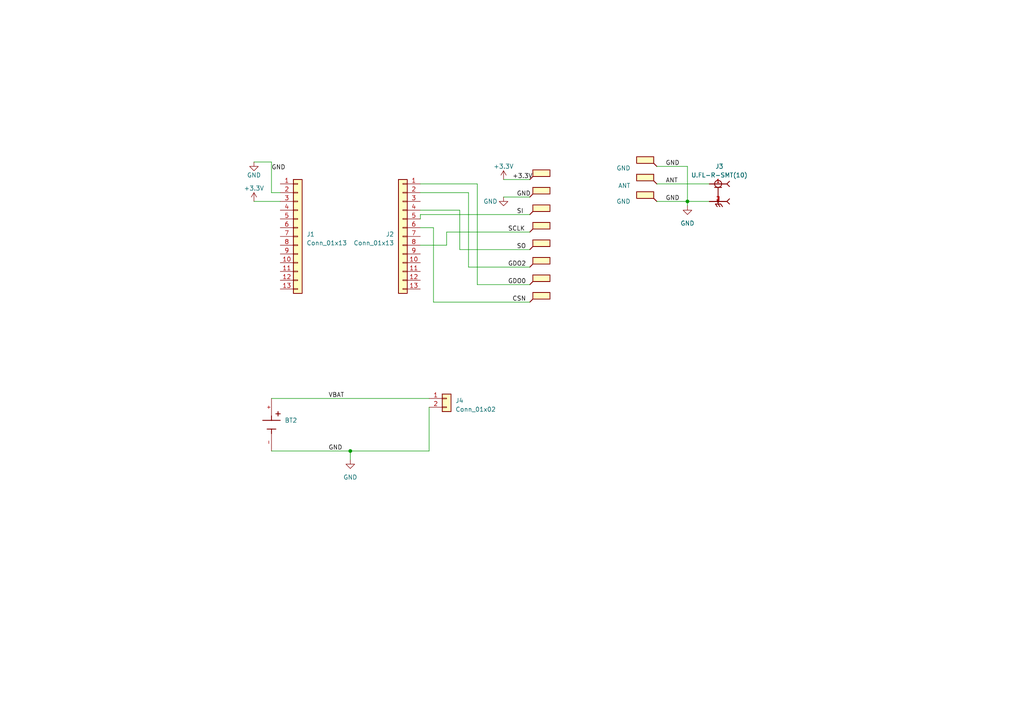
<source format=kicad_sch>
(kicad_sch (version 20230121) (generator eeschema)
  (paper "A4")
  (lib_symbols
    (symbol "BK-18650-PC2:BK-18650-PC2" (pin_names (offset 1.016))
      (property "Reference" "BT" (at -3.81 3.81 0))
      (property "Value" "BK-18650-PC2" (at -3.81 -5.08 0))
      (symbol "BK-18650-PC2_0_0"
        (polyline (pts (xy -3.81 1.905) (xy -2.54 1.905)) (stroke (width 0.254)))
        (polyline (pts (xy -3.175 2.54) (xy -3.175 1.27)) (stroke (width 0.254)))
        (polyline (pts (xy -1.27 0) (xy -2.54 0)) (stroke (width 0.254)))
        (polyline (pts (xy -1.27 0) (xy -1.27 -2.54)) (stroke (width 0.254)))
        (polyline (pts (xy -1.27 2.54) (xy -1.27 0)) (stroke (width 0.254)))
        (polyline (pts (xy 1.27 0) (xy 1.27 -1.27)) (stroke (width 0.254)))
        (polyline (pts (xy 1.27 0) (xy 2.54 0)) (stroke (width 0.254)))
        (polyline (pts (xy 1.27 1.27) (xy 1.27 0)) (stroke (width 0.254)))
        (pin passive line (at -7.62 0 0) (length 5.08) (name "~") (number "+"))
        (pin passive line (at 7.62 0 180) (length 5.08) (name "~") (number "-"))
      )
    )
    (symbol "Connector:TestPoint_Flag" (pin_numbers hide) (pin_names (offset 0.762) hide)
      (property "Reference" "TP" (at 3.429 1.778 0))
      (property "Value" "TestPoint_Flag" (at 3.302 4.191 0))
      (symbol "TestPoint_Flag_0_1"
        (polyline (pts (xy 0 0) (xy 0.889 0.889)) (stroke (width 0.254)))
        (rectangle (start 0.889 2.794) (end 5.842 0.889) (stroke (width 0.254)) (fill (type background)))
      )
      (symbol "TestPoint_Flag_1_1"
        (pin passive line (at 0 0 90) (length 0) (name "1") (number "1"))
      )
    )
    (symbol "Connector_Generic:Conn_01x02" (pin_names (offset 1.016) hide)
      (property "Reference" "J" (at 0 2.54 0))
      (property "Value" "Conn_01x02" (at 0 -5.08 0))
      (symbol "Conn_01x02_1_1"
        (rectangle (start -1.27 -2.413) (end 0 -2.667) (stroke (width 0.1524)))
        (rectangle (start -1.27 0.127) (end 0 -0.127) (stroke (width 0.1524)))
        (rectangle (start -1.27 1.27) (end 1.27 -3.81) (stroke (width 0.254)) (fill (type background)))
        (pin passive line (at -5.08 0 0) (length 3.81) (name "Pin_1") (number "1"))
        (pin passive line (at -5.08 -2.54 0) (length 3.81) (name "Pin_2") (number "2"))
      )
    )
    (symbol "Connector_Generic:Conn_01x13" (pin_names (offset 1.016) hide)
      (property "Reference" "J" (at 0 17.78 0))
      (property "Value" "Conn_01x13" (at 0 -17.78 0))
      (symbol "Conn_01x13_1_1"
        (rectangle (start -1.27 -15.113) (end 0 -15.367) (stroke (width 0.1524)))
        (rectangle (start -1.27 -12.573) (end 0 -12.827) (stroke (width 0.1524)))
        (rectangle (start -1.27 -10.033) (end 0 -10.287) (stroke (width 0.1524)))
        (rectangle (start -1.27 -7.493) (end 0 -7.747) (stroke (width 0.1524)))
        (rectangle (start -1.27 -4.953) (end 0 -5.207) (stroke (width 0.1524)))
        (rectangle (start -1.27 -2.413) (end 0 -2.667) (stroke (width 0.1524)))
        (rectangle (start -1.27 0.127) (end 0 -0.127) (stroke (width 0.1524)))
        (rectangle (start -1.27 2.667) (end 0 2.413) (stroke (width 0.1524)))
        (rectangle (start -1.27 5.207) (end 0 4.953) (stroke (width 0.1524)))
        (rectangle (start -1.27 7.747) (end 0 7.493) (stroke (width 0.1524)))
        (rectangle (start -1.27 10.287) (end 0 10.033) (stroke (width 0.1524)))
        (rectangle (start -1.27 12.827) (end 0 12.573) (stroke (width 0.1524)))
        (rectangle (start -1.27 15.367) (end 0 15.113) (stroke (width 0.1524)))
        (rectangle (start -1.27 16.51) (end 1.27 -16.51) (stroke (width 0.254)) (fill (type background)))
        (pin passive line (at -5.08 15.24 0) (length 3.81) (name "Pin_1") (number "1"))
        (pin passive line (at -5.08 -7.62 0) (length 3.81) (name "Pin_10") (number "10"))
        (pin passive line (at -5.08 -10.16 0) (length 3.81) (name "Pin_11") (number "11"))
        (pin passive line (at -5.08 -12.7 0) (length 3.81) (name "Pin_12") (number "12"))
        (pin passive line (at -5.08 -15.24 0) (length 3.81) (name "Pin_13") (number "13"))
        (pin passive line (at -5.08 12.7 0) (length 3.81) (name "Pin_2") (number "2"))
        (pin passive line (at -5.08 10.16 0) (length 3.81) (name "Pin_3") (number "3"))
        (pin passive line (at -5.08 7.62 0) (length 3.81) (name "Pin_4") (number "4"))
        (pin passive line (at -5.08 5.08 0) (length 3.81) (name "Pin_5") (number "5"))
        (pin passive line (at -5.08 2.54 0) (length 3.81) (name "Pin_6") (number "6"))
        (pin passive line (at -5.08 0 0) (length 3.81) (name "Pin_7") (number "7"))
        (pin passive line (at -5.08 -2.54 0) (length 3.81) (name "Pin_8") (number "8"))
        (pin passive line (at -5.08 -5.08 0) (length 3.81) (name "Pin_9") (number "9"))
      )
    )
    (symbol "U.FL-R-SMT_10_:U.FL-R-SMT(10)" (pin_names (offset 1.016))
      (property "Reference" "J" (at -3.81 4.064 0))
      (property "Value" "U.FL-R-SMT(10)" (at -4.064 -6.858 0))
      (symbol "U.FL-R-SMT(10)_0_0"
        (circle (center 0 -2.54) (radius 0.254) (stroke (width 0.254)))
        (polyline (pts (xy -3.302 -3.302) (xy -2.54 -2.54)) (stroke (width 0.254)))
        (polyline (pts (xy -3.302 -1.778) (xy -2.54 -2.54)) (stroke (width 0.254)))
        (polyline (pts (xy -3.302 1.778) (xy -2.54 2.54)) (stroke (width 0.254)))
        (polyline (pts (xy -3.302 3.302) (xy -2.54 2.54)) (stroke (width 0.254)))
        (polyline (pts (xy -2.54 2.54) (xy 2.54 2.54)) (stroke (width 0.254)))
        (polyline (pts (xy -1.016 1.524) (xy 0 1.524)) (stroke (width 0.254)))
        (polyline (pts (xy -0.762 -3.302) (xy -1.27 -4.064)) (stroke (width 0.254)))
        (polyline (pts (xy 0 -3.302) (xy -0.762 -3.302)) (stroke (width 0.254)))
        (polyline (pts (xy 0 -3.302) (xy -0.508 -4.064)) (stroke (width 0.254)))
        (polyline (pts (xy 0 -3.302) (xy 0.762 -3.302)) (stroke (width 0.254)))
        (polyline (pts (xy 0 -2.54) (xy -2.54 -2.54)) (stroke (width 0.254)))
        (polyline (pts (xy 0 -2.54) (xy 0 -3.302)) (stroke (width 0.254)))
        (polyline (pts (xy 0 1.524) (xy 0 -2.54)) (stroke (width 0.254)))
        (polyline (pts (xy 0 1.524) (xy 1.016 1.524)) (stroke (width 0.254)))
        (polyline (pts (xy 0.762 -3.302) (xy 0.254 -4.064)) (stroke (width 0.254)))
        (polyline (pts (xy 2.54 -2.54) (xy 0 -2.54)) (stroke (width 0.254)))
        (circle (center 0 2.54) (radius 1.016) (stroke (width 0.254)))
        (pin passive line (at 2.54 2.54 180) (length 5.08) (name "~") (number "1"))
        (pin passive line (at 2.54 -2.54 180) (length 5.08) (name "~") (number "2"))
        (pin passive line (at 2.54 -2.54 180) (length 5.08) (name "~") (number "3"))
      )
    )
    (symbol "power:+3.3V" (power) (pin_names (offset 0))
      (property "Value" "+3.3V" (at 0 3.556 0))
      (symbol "+3.3V_0_1"
        (polyline (pts (xy -0.762 1.27) (xy 0 2.54)))
        (polyline (pts (xy 0 0) (xy 0 2.54)))
        (polyline (pts (xy 0 2.54) (xy 0.762 1.27)))
      )
      (symbol "+3.3V_1_1"
        (pin power_in line (at 0 0 90) (length 0) hide (name "+3.3V") (number "1"))
      )
    )
    (symbol "power:GND" (power) (pin_names (offset 0))
      (property "Value" "GND" (at 0 -3.81 0))
      (symbol "GND_0_1"
        (polyline (pts (xy 0 0) (xy 0 -1.27) (xy 1.27 -1.27) (xy 0 -2.54) (xy -1.27 -1.27) (xy 0 -1.27)))
      )
      (symbol "GND_1_1"
        (pin power_in line (at 0 0 270) (length 0) hide (name "GND") (number "1"))
      )
    )
  )
  (junction (at 199.39 58.42))
  (junction (at 101.6 130.81))
  (wire (pts (xy 124.46 118.11) (xy 124.46 130.81)))
  (wire (pts (xy 135.89 77.47) (xy 153.67 77.47)))
  (wire (pts (xy 125.73 66.04) (xy 125.73 87.63)))
  (wire (pts (xy 146.05 57.15) (xy 153.67 57.15)))
  (wire (pts (xy 121.92 66.04) (xy 125.73 66.04)))
  (wire (pts (xy 121.92 62.23) (xy 121.92 63.5)))
  (wire (pts (xy 73.66 58.42) (xy 81.28 58.42)))
  (wire (pts (xy 129.54 67.31) (xy 153.67 67.31)))
  (wire (pts (xy 199.39 48.26) (xy 199.39 58.42)))
  (wire (pts (xy 129.54 71.12) (xy 129.54 67.31)))
  (wire (pts (xy 121.92 60.96) (xy 133.35 60.96)))
  (wire (pts (xy 73.66 46.99) (xy 78.74 46.99)))
  (wire (pts (xy 133.35 60.96) (xy 133.35 72.39)))
  (wire (pts (xy 135.89 55.88) (xy 135.89 77.47)))
  (wire (pts (xy 78.74 55.88) (xy 81.28 55.88)))
  (wire (pts (xy 121.92 55.88) (xy 135.89 55.88)))
  (wire (pts (xy 125.73 87.63) (xy 153.67 87.63)))
  (wire (pts (xy 101.6 133.35) (xy 101.6 130.81)))
  (wire (pts (xy 190.5 58.42) (xy 199.39 58.42)))
  (wire (pts (xy 121.92 71.12) (xy 129.54 71.12)))
  (wire (pts (xy 78.74 130.81) (xy 101.6 130.81)))
  (wire (pts (xy 199.39 59.69) (xy 199.39 58.42)))
  (wire (pts (xy 78.74 46.99) (xy 78.74 55.88)))
  (wire (pts (xy 133.35 72.39) (xy 153.67 72.39)))
  (wire (pts (xy 190.5 53.34) (xy 205.74 53.34)))
  (wire (pts (xy 124.46 130.81) (xy 101.6 130.81)))
  (wire (pts (xy 190.5 48.26) (xy 199.39 48.26)))
  (wire (pts (xy 138.43 82.55) (xy 153.67 82.55)))
  (wire (pts (xy 121.92 53.34) (xy 138.43 53.34)))
  (wire (pts (xy 78.74 115.57) (xy 124.46 115.57)))
  (wire (pts (xy 121.92 62.23) (xy 153.67 62.23)))
  (wire (pts (xy 146.05 52.07) (xy 153.67 52.07)))
  (wire (pts (xy 199.39 58.42) (xy 205.74 58.42)))
  (wire (pts (xy 138.43 53.34) (xy 138.43 82.55)))
  (label "GND" (at 78.74 49.53 0))
  (label "GND" (at 193.04 58.42 0))
  (label "VBAT" (at 95.25 115.57 0))
  (label "GND" (at 193.04 48.26 0))
  (label "GND" (at 149.86 57.15 0))
  (label "SCLK" (at 147.32 67.31 0))
  (label "GDO0" (at 147.32 82.55 0))
  (label "SO" (at 149.86 72.39 0))
  (label "SI" (at 149.86 62.23 0))
  (label "CSN" (at 148.59 87.63 0))
  (label "GDO2" (at 147.32 77.47 0))
  (label "GND" (at 95.25 130.81 0))
  (label "+3.3V" (at 148.59 52.07 0))
  (label "ANT" (at 193.04 53.34 0))
  (symbol (lib_id "Connector_Generic:Conn_01x02") (at 129.54 115.57 0) (unit 1)
    (property "Reference" "J4" (at 132.08 116.205 0) (effects (justify left)))
    (property "Value" "Conn_01x02" (at 132.08 118.745 0) (effects (justify left)))
    (property "Footprint" "Connector_PinSocket_2.54mm:PinSocket_1x02_P2.54mm_Vertical" (effects hide))
  )
  (symbol (lib_id "Connector_Generic:Conn_01x13") (at 86.36 68.58 0) (unit 1)
    (property "Reference" "J1" (at 88.9 67.945 0) (effects (justify left)))
    (property "Value" "Conn_01x13" (at 88.9 70.485 0) (effects (justify left)))
    (property "Footprint" "Connector_PinSocket_2.54mm:PinSocket_1x13_P2.54mm_Vertical" (effects hide))
  )
  (symbol (lib_id "U.FL-R-SMT_10_:U.FL-R-SMT(10)") (at 208.28 55.88 0) (mirror y) (unit 1)
    (property "Reference" "J3" (at 208.661 48.26 0))
    (property "Value" "U.FL-R-SMT(10)" (at 208.661 50.8 0))
    (property "Footprint" "HRS_U.FL-R-SMT(10)" (effects hide))
    (property "MF" "Hirose" (effects hide))
    (property "DESCRIPTION" "U.FL Series 50 Ohm Receptacle Male Pins Ultra Small SMT Coaxial Connector" (effects hide))
    (property "PACKAGE" "FakePackage u" (effects hide))
    (property "PRICE" "None" (effects hide))
    (property "MP" "U.FL-R-SMT_10_" (effects hide))
    (property "AVAILABILITY" "Unavailable" (effects hide))
  )
  (symbol (lib_id "Connector:TestPoint_Flag") (at 153.67 52.07 0) (unit 1)
    (property "Reference" "TP1" (effects hide))
    (property "Value" "VCC" (effects hide))
    (property "Footprint" "Library:TestPoint_Pad_1.2x2.0mm" (effects hide))
  )
  (symbol (lib_id "Connector:TestPoint_Flag") (at 153.67 87.63 0) (unit 1)
    (property "Reference" "TP8" (effects hide))
    (property "Value" "CSN" (effects hide))
    (property "Footprint" "Library:TestPoint_Pad_1.2x2.0mm" (effects hide))
  )
  (symbol (lib_id "power:+3.3V") (at 146.05 52.07 0) (unit 1)
    (property "Reference" "#PWR01" (effects hide))
    (property "Value" "+3.3V" (at 146.05 48.26 0))
  )
  (symbol (lib_id "power:GND") (at 101.6 133.35 0) (unit 1)
    (property "Reference" "#PWR05" (effects hide))
    (property "Value" "GND" (at 101.6 138.43 0))
  )
  (symbol (lib_id "power:GND") (at 146.05 57.15 0) (unit 1)
    (property "Reference" "#PWR07" (effects hide))
    (property "Value" "GND" (at 142.24 58.42 0))
  )
  (symbol (lib_id "Connector:TestPoint_Flag") (at 190.5 58.42 0) (mirror y) (unit 1)
    (property "Reference" "P12" (effects hide))
    (property "Value" "GND" (at 182.88 58.42 0) (effects (justify left)))
    (property "Footprint" "TestPoint:TestPoint_Pad_2.0x2.0mm" (effects hide))
  )
  (symbol (lib_id "Connector:TestPoint_Flag") (at 190.5 48.26 0) (mirror y) (unit 1)
    (property "Reference" "P10" (effects hide))
    (property "Value" "GND" (at 182.88 48.768 0) (effects (justify left)))
    (property "Footprint" "TestPoint:TestPoint_Pad_2.0x2.0mm" (effects hide))
  )
  (symbol (lib_id "BK-18650-PC2:BK-18650-PC2") (at 78.74 123.19 270) (unit 1)
    (property "Reference" "BT2" (at 82.55 121.92 90) (effects (justify left)))
    (property "Value" "BK-18650-PC2" (effects hide))
    (property "Footprint" "BAT_BK-18650-PC2" (effects hide))
    (property "PARTREV" "F" (effects hide))
    (property "STANDARD" "Manufacturer Recommendations" (effects hide))
    (property "MAXIMUM_PACKAGE_HEIGHT" "21.41 mm" (effects hide))
    (property "MANUFACTURER" "MPD" (effects hide))
  )
  (symbol (lib_id "power:GND") (at 73.66 46.99 0) (unit 1)
    (property "Reference" "#PWR03" (effects hide))
    (property "Value" "GND" (at 73.66 50.8 0))
  )
  (symbol (lib_id "Connector_Generic:Conn_01x13") (at 116.84 68.58 0) (mirror y) (unit 1)
    (property "Reference" "J2" (at 114.3 67.945 0) (effects (justify left)))
    (property "Value" "Conn_01x13" (at 114.3 70.485 0) (effects (justify left)))
    (property "Footprint" "Connector_PinSocket_2.54mm:PinSocket_1x13_P2.54mm_Vertical" (effects hide))
  )
  (symbol (lib_id "power:GND") (at 199.39 59.69 0) (unit 1)
    (property "Reference" "#PWR02" (effects hide))
    (property "Value" "GND" (at 199.39 64.77 0))
  )
  (symbol (lib_id "Connector:TestPoint_Flag") (at 153.67 77.47 0) (unit 1)
    (property "Reference" "TP6" (effects hide))
    (property "Value" "GDO2" (effects hide))
    (property "Footprint" "Library:TestPoint_Pad_1.2x2.0mm" (effects hide))
  )
  (symbol (lib_id "Connector:TestPoint_Flag") (at 153.67 82.55 0) (unit 1)
    (property "Reference" "TP7" (effects hide))
    (property "Value" "GDO0" (effects hide))
    (property "Footprint" "Library:TestPoint_Pad_1.2x2.0mm" (effects hide))
  )
  (symbol (lib_id "Connector:TestPoint_Flag") (at 153.67 62.23 0) (unit 1)
    (property "Reference" "TP3" (effects hide))
    (property "Value" "SI" (effects hide))
    (property "Footprint" "Library:TestPoint_Pad_1.2x2.0mm" (effects hide))
  )
  (symbol (lib_id "Connector:TestPoint_Flag") (at 153.67 57.15 0) (unit 1)
    (property "Reference" "TP2" (effects hide))
    (property "Value" "GND" (effects hide))
    (property "Footprint" "Library:TestPoint_Pad_1.2x2.0mm" (effects hide))
  )
  (symbol (lib_id "power:+3.3V") (at 73.66 58.42 0) (unit 1)
    (property "Reference" "#PWR04" (effects hide))
    (property "Value" "+3.3V" (at 73.66 54.61 0))
  )
  (symbol (lib_id "Connector:TestPoint_Flag") (at 153.67 67.31 0) (unit 1)
    (property "Reference" "TP4" (effects hide))
    (property "Value" "SCLK" (effects hide))
    (property "Footprint" "Library:TestPoint_Pad_1.2x2.0mm" (effects hide))
  )
  (symbol (lib_id "Connector:TestPoint_Flag") (at 153.67 72.39 0) (unit 1)
    (property "Reference" "TP5" (effects hide))
    (property "Value" "SO" (effects hide))
    (property "Footprint" "Library:TestPoint_Pad_1.2x2.0mm" (effects hide))
  )
  (symbol (lib_id "Connector:TestPoint_Flag") (at 190.5 53.34 0) (mirror y) (unit 1)
    (property "Reference" "P11" (effects hide))
    (property "Value" "ANT" (at 182.88 53.848 0) (effects (justify left)))
    (property "Footprint" "TestPoint:TestPoint_Pad_2.0x2.0mm" (effects hide))
  )
)
</source>
